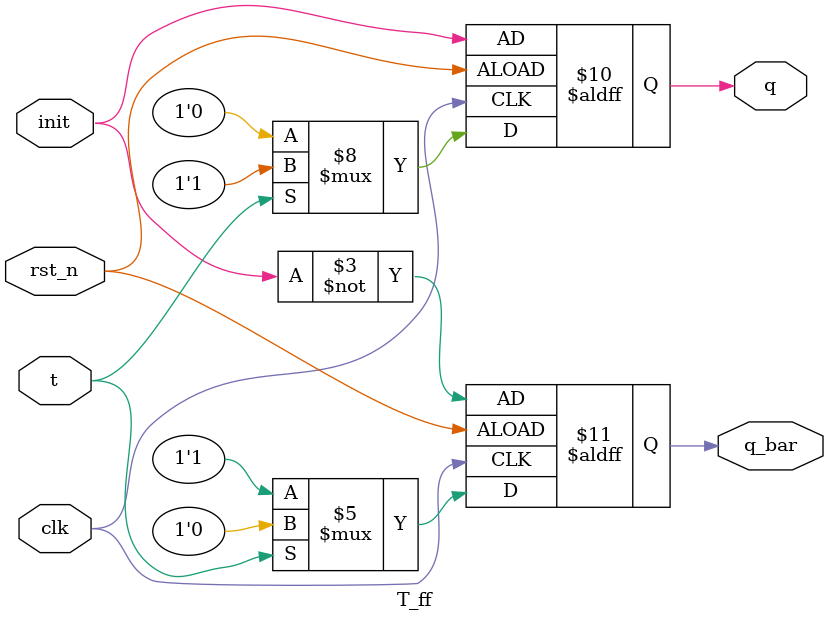
<source format=v>
module ring_counter_struct(
  input clk,
  input rst_n,
  output [3:0] q
);
  wire [3:0] q_int, q_bar;

  T_ff tff0(.t(q_int[3]), .clk(clk), .rst_n(rst_n), .init(1'b1), .q(q_int[0]), .q_bar(q_bar[0]));
  T_ff tff1(.t(q_int[0]), .clk(clk), .rst_n(rst_n), .init(1'b0), .q(q_int[1]), .q_bar(q_bar[1]));
  T_ff tff2(.t(q_int[1]), .clk(clk), .rst_n(rst_n), .init(1'b0), .q(q_int[2]), .q_bar(q_bar[2]));
  T_ff tff3(.t(q_int[2]), .clk(clk), .rst_n(rst_n), .init(1'b0), .q(q_int[3]), .q_bar(q_bar[3]));

  assign q = q_int;
endmodule

module T_ff(
  input t, clk, rst_n, init,
  output reg q, output reg q_bar
);
  always @(posedge clk or negedge rst_n) begin
    if (!rst_n) begin
      q <= init;
      q_bar <= ~init;
    end else if (t) begin
      q <= 1;
      q_bar <= 0;
    end else begin
      q <= 0;
      q_bar <= 1;
    end
  end
endmodule
</source>
